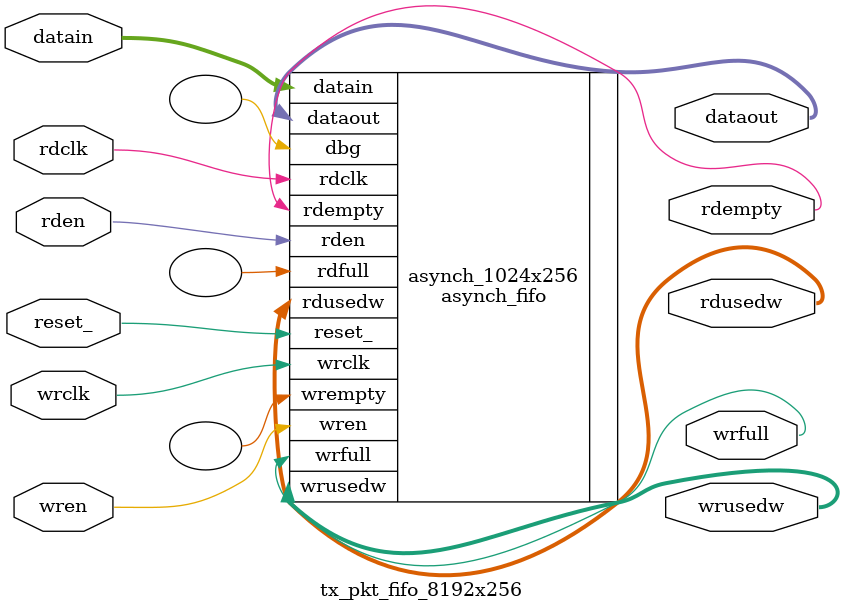
<source format=v>

`timescale 1ns / 1ns


module tx_pkt_fifo_8192x256 (
			reset_,
		
			wrclk,	
			wren,	
			datain,	
			wrfull,	
			wrusedw,

			rdclk,	
			rden,	
			dataout,
			rdempty,
			rdusedw 
);


	parameter WIDTH = 256,
			  DEPTH = 1024,
			  PTR	= 10;
			  
			  
			input 	wire 				reset_;

			input  	wire 				wrclk;          	// Clk for writing data                              
			input  	wire 				wren;          		// request to write                                  
			input  	wire [WIDTH-1 : 0]	datain;          	// Data coming in                                                   
			output 	wire				wrfull;           	// indicates fifo is full or not (To avoid overiding)
		    output	wire [PTR -1: 0]		wrusedw;            // number of slots currently in use for writing
		    
			input  	wire 				rdclk;           	// Clk for read data                                     
			input  	wire 				rden;            	// Request to read from FIFO                            
			output 	wire [WIDTH-1 : 0]	dataout; 	        // Data coming out                                      
			output 	wire 				rdempty;          	// indicates fifo is empty or not (to avoid underflow)  
			output 	wire [PTR  -1 : 0] 	rdusedw;          	// number of slots currently in use for reading         


asynch_fifo	#(.WIDTH (WIDTH),		  			
			  .DEPTH (DEPTH),
			  .PTR	 (PTR) )		 
		asynch_1024x256		  (
		
			.reset_		(reset_),                                                                       
			                                           		                                                 
			.wrclk		(wrclk),		                   	// Clk to write data                                                   
			.wren		(wren),	   	                   		// write enable          
			.datain		(datain),			                // write data          
			.wrfull		(wrfull),			                // indicates fifo is full or not (To avoid overiding)                  
			.wrempty	(),				                    // indicates fifo is empty or not (to avoid underflow)                                                               
			.wrusedw	(wrusedw),				            // wrusedw -number of locations filled in fifo                                                                        
                                                       		                                        
			.rdclk		(rdclk),		                   	// i-1, Clk to read data                               
			.rden		(rden),		                   		// i-1, read enable of data FIFO                                          
			.dataout	(dataout),			                // Dataout of data FIFO
			.rdfull		(),				                   	// indicates fifo is full or not (To avoid overiding) (Not used)         
			.rdempty	(rdempty),		                   	// indicates fifo is empty or not (to avoid underflow)      
			.rdusedw	(rdusedw),		                    // rdusedw -number of locations filled in fifo (not used ) 

			.dbg()

		 );
endmodule

</source>
